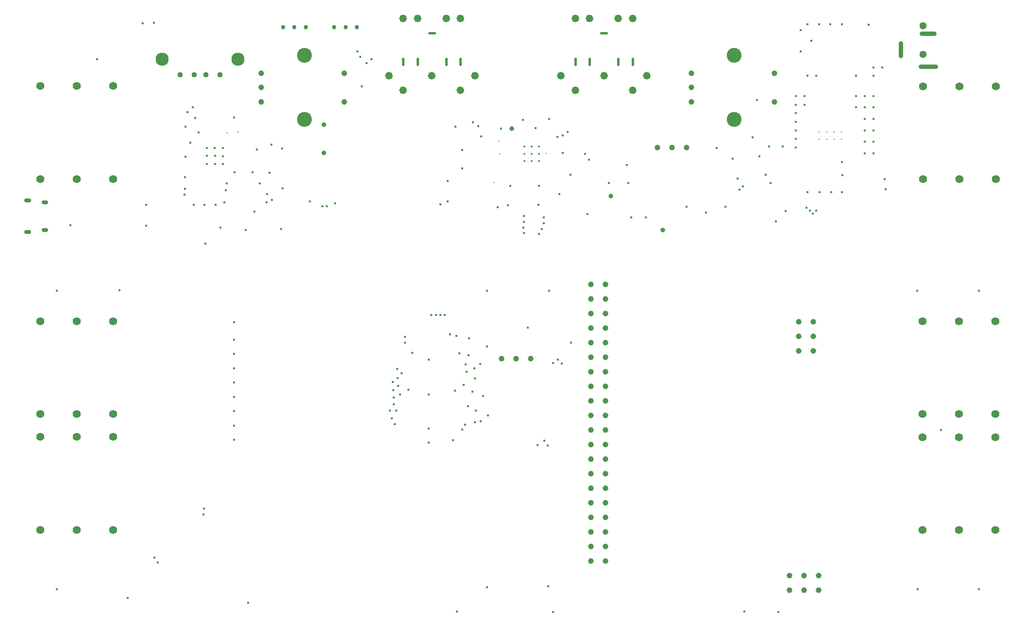
<source format=gbr>
%TF.GenerationSoftware,KiCad,Pcbnew,8.0.6+1*%
%TF.CreationDate,2024-12-16T18:12:13+00:00*%
%TF.ProjectId,pedalboard-hw,70656461-6c62-46f6-9172-642d68772e6b,4.0.1-RC*%
%TF.SameCoordinates,Original*%
%TF.FileFunction,Plated,1,2,PTH,Mixed*%
%TF.FilePolarity,Positive*%
%FSLAX46Y46*%
G04 Gerber Fmt 4.6, Leading zero omitted, Abs format (unit mm)*
G04 Created by KiCad (PCBNEW 8.0.6+1) date 2024-12-16 18:12:13*
%MOMM*%
%LPD*%
G01*
G04 APERTURE LIST*
%TA.AperFunction,ViaDrill*%
%ADD10C,0.300000*%
%TD*%
%TA.AperFunction,ComponentDrill*%
%ADD11C,0.300000*%
%TD*%
%TA.AperFunction,ComponentDrill*%
%ADD12C,0.350000*%
%TD*%
%TA.AperFunction,ViaDrill*%
%ADD13C,0.400000*%
%TD*%
G04 aperture for slot hole*
%TA.AperFunction,ComponentDrill*%
%ADD14C,0.450000*%
%TD*%
G04 aperture for slot hole*
%TA.AperFunction,ComponentDrill*%
%ADD15C,0.650000*%
%TD*%
G04 aperture for slot hole*
%TA.AperFunction,ComponentDrill*%
%ADD16C,0.700000*%
%TD*%
%TA.AperFunction,ComponentDrill*%
%ADD17C,0.750000*%
%TD*%
%TA.AperFunction,ViaDrill*%
%ADD18C,0.800000*%
%TD*%
G04 aperture for slot hole*
%TA.AperFunction,ComponentDrill*%
%ADD19C,0.800000*%
%TD*%
%TA.AperFunction,ComponentDrill*%
%ADD20C,0.950000*%
%TD*%
%TA.AperFunction,ComponentDrill*%
%ADD21C,1.000000*%
%TD*%
%TA.AperFunction,ComponentDrill*%
%ADD22C,1.300000*%
%TD*%
%TA.AperFunction,ComponentDrill*%
%ADD23C,1.320800*%
%TD*%
%TA.AperFunction,ComponentDrill*%
%ADD24C,1.400000*%
%TD*%
%TA.AperFunction,ComponentDrill*%
%ADD25C,2.300000*%
%TD*%
%TA.AperFunction,ComponentDrill*%
%ADD26C,2.600000*%
%TD*%
G04 APERTURE END LIST*
D10*
X54322000Y-41971000D03*
X56179661Y-41756388D03*
X100804000Y-50556200D03*
X101660000Y-43410000D03*
X101800000Y-45560000D03*
X109954871Y-45486615D03*
D11*
%TO.C,U6*%
X157570000Y-41750000D03*
X157570000Y-43050000D03*
X158870000Y-41750000D03*
X158870000Y-43050000D03*
X160170000Y-41750000D03*
X160170000Y-43050000D03*
X161470000Y-41750000D03*
X161470000Y-43050000D03*
D12*
%TO.C,U3*%
X106125000Y-44325000D03*
X106125000Y-45600000D03*
X106125000Y-46875000D03*
X107400000Y-44325000D03*
X107400000Y-45600000D03*
X107400000Y-46875000D03*
X108675000Y-44325000D03*
X108675000Y-45600000D03*
X108675000Y-46875000D03*
%TD*%
D13*
X24600000Y-69500000D03*
X24600000Y-121500000D03*
X26950000Y-58050000D03*
X31665200Y-29067800D03*
X35500000Y-69400000D03*
X37000000Y-123100000D03*
X39615400Y-22794000D03*
X40150000Y-54490000D03*
X40190000Y-58120000D03*
X41571200Y-22743200D03*
X41650000Y-116070000D03*
X42230183Y-116884488D03*
X46900000Y-52700000D03*
X47000000Y-49650000D03*
X47000000Y-51700000D03*
X47010000Y-46140000D03*
X47020000Y-40850000D03*
X47400000Y-38300000D03*
X47865000Y-43640000D03*
X48300000Y-37500000D03*
X48480000Y-54467800D03*
X48700000Y-39300000D03*
X49325000Y-41865000D03*
X50189975Y-108519975D03*
X50220599Y-107520441D03*
X50359600Y-54467800D03*
X50550000Y-61290000D03*
X50800000Y-44600000D03*
X50800000Y-45950000D03*
X50800000Y-47350000D03*
X52150000Y-44600000D03*
X52190000Y-45950000D03*
X52200000Y-47350000D03*
X52290000Y-54467800D03*
X53137971Y-58490000D03*
X53600000Y-44600000D03*
X53600000Y-46000000D03*
X53600000Y-47350000D03*
X53788600Y-54061400D03*
X54100000Y-51930000D03*
X54245800Y-50760000D03*
X55500000Y-75000000D03*
X55500000Y-78000000D03*
X55500000Y-80500000D03*
X55500000Y-83000000D03*
X55500000Y-85500000D03*
X55500000Y-88000000D03*
X55500000Y-90500000D03*
X55500000Y-93000000D03*
X55500000Y-95500000D03*
X55550000Y-39250000D03*
X55580000Y-48770000D03*
X57553750Y-58913750D03*
X58000000Y-123900000D03*
X58700000Y-48770000D03*
X59050000Y-55700000D03*
X59450000Y-44832500D03*
X59990000Y-50760000D03*
X61213200Y-54040000D03*
X61264273Y-52640000D03*
X61670000Y-48910000D03*
X62010000Y-44020000D03*
X62129716Y-53640000D03*
X63755912Y-58744088D03*
X63920000Y-44640000D03*
X63980000Y-51570000D03*
X68698400Y-53909000D03*
X70882800Y-54772600D03*
X71670200Y-54772600D03*
X73118000Y-54239200D03*
X77044500Y-27714500D03*
X77494500Y-28646472D03*
X77780000Y-33850000D03*
X78655500Y-29791388D03*
X79436653Y-29121550D03*
X82700000Y-90400000D03*
X83000000Y-91700000D03*
X83200000Y-85400000D03*
X83300000Y-86787142D03*
X83350000Y-89250000D03*
X83400000Y-88100000D03*
X83525685Y-92713715D03*
X83798953Y-90387491D03*
X84000000Y-83100000D03*
X84074635Y-84687642D03*
X84133755Y-86087142D03*
X84500000Y-87599500D03*
X84700353Y-83899647D03*
X85300000Y-77500000D03*
X85300000Y-78500000D03*
X85900000Y-86699500D03*
X86600000Y-80300000D03*
X89500000Y-81500000D03*
X89500000Y-87600000D03*
X89500000Y-93500000D03*
X89500000Y-96000000D03*
X89907400Y-73700000D03*
X90694800Y-73695600D03*
X91482200Y-73721000D03*
X91500000Y-54400000D03*
X92269600Y-73721000D03*
X92800000Y-50300000D03*
X92800000Y-53900000D03*
X93210000Y-77100000D03*
X93700861Y-95522181D03*
X94024728Y-86925400D03*
X94100000Y-40850000D03*
X94300000Y-77300000D03*
X94400000Y-125400000D03*
X94810000Y-80370000D03*
X95288890Y-44906200D03*
X95292200Y-48091699D03*
X95302419Y-93662808D03*
X95537944Y-85893736D03*
X95816257Y-92805501D03*
X95900000Y-82300000D03*
X96058879Y-83599500D03*
X96300000Y-89599000D03*
X96400000Y-80700000D03*
X96521970Y-77768030D03*
X97100000Y-87100000D03*
X97200000Y-40050000D03*
X97400000Y-83000500D03*
X97500000Y-84800000D03*
X97511449Y-92382343D03*
X97683894Y-90399000D03*
X98115000Y-40750000D03*
X98448690Y-82241159D03*
X98557000Y-92199500D03*
X98600000Y-42550000D03*
X98917395Y-87799500D03*
X99600000Y-69500000D03*
X99600000Y-121200000D03*
X99625400Y-79200000D03*
X99800000Y-91200000D03*
X101459500Y-54910000D03*
X102082577Y-41218698D03*
X103300000Y-54600000D03*
X103675000Y-51200000D03*
X105890000Y-39649500D03*
X105970000Y-58440000D03*
X106100500Y-56448548D03*
X106100500Y-57448551D03*
X106100500Y-59431451D03*
X106750000Y-75890000D03*
X108121284Y-41128021D03*
X108469716Y-96399500D03*
X108575072Y-54453607D03*
X108660379Y-51182165D03*
X108700500Y-59573605D03*
X109173071Y-58692312D03*
X109500500Y-56693343D03*
X109500500Y-57693346D03*
X109650000Y-95599500D03*
X110200000Y-96434666D03*
X110300000Y-121000000D03*
X110427750Y-39452250D03*
X110500000Y-69500000D03*
X111100000Y-125500000D03*
X111150000Y-82100000D03*
X111881321Y-42649500D03*
X111947989Y-81497328D03*
X112200000Y-52600000D03*
X112660000Y-82199500D03*
X112792822Y-45433603D03*
X112852102Y-42411614D03*
X113648543Y-41806390D03*
X114184944Y-49200000D03*
X114260000Y-78550000D03*
X116700000Y-45600000D03*
X117150000Y-56050000D03*
X117400000Y-46600000D03*
X120900000Y-50650000D03*
X124000000Y-47500000D03*
X124270000Y-50700000D03*
X124800000Y-56700000D03*
X127300000Y-56700000D03*
X134400000Y-54800000D03*
X137800000Y-55800000D03*
X139700000Y-44600000D03*
X141200000Y-54800000D03*
X142500000Y-46400000D03*
X143272800Y-49921200D03*
X143658800Y-51831200D03*
X144204900Y-51285100D03*
X144500000Y-125400000D03*
X145950000Y-42750000D03*
X146662200Y-36230600D03*
X147100000Y-46050000D03*
X148200000Y-49235400D03*
X148800000Y-44350000D03*
X149086600Y-50700000D03*
X150000000Y-57400000D03*
X150400000Y-125500000D03*
X151150000Y-44300000D03*
X151705600Y-55600000D03*
X153500000Y-35500000D03*
X153500000Y-37000000D03*
X153500000Y-38500000D03*
X153500000Y-40000000D03*
X153500000Y-41500000D03*
X153500000Y-43000000D03*
X153500000Y-44500000D03*
X154300000Y-24000000D03*
X154340000Y-27700000D03*
X155000000Y-35500000D03*
X155000000Y-37000000D03*
X155312400Y-54950400D03*
X155480000Y-52260000D03*
X155500000Y-23000000D03*
X155500000Y-32000000D03*
X155896600Y-55458400D03*
X156200000Y-25900000D03*
X156455400Y-55991800D03*
X157000000Y-32000000D03*
X157065000Y-55483800D03*
X157500000Y-23000000D03*
X157600000Y-52250000D03*
X159500000Y-23000000D03*
X159640000Y-52290000D03*
X161500000Y-23000000D03*
X161500000Y-47000000D03*
X161520000Y-52290000D03*
X161600000Y-49300000D03*
X164000000Y-32000000D03*
X164000000Y-35500000D03*
X164000000Y-37500000D03*
X165500000Y-35500000D03*
X165500000Y-37500000D03*
X165500000Y-39500000D03*
X165500000Y-41500000D03*
X165500000Y-43500000D03*
X165500000Y-45500000D03*
X166132800Y-23098800D03*
X167000000Y-30500000D03*
X167000000Y-32000000D03*
X167000000Y-35500000D03*
X167000000Y-37500000D03*
X167000000Y-39500000D03*
X167000000Y-41500000D03*
X167000000Y-43500000D03*
X167000000Y-45500000D03*
X168500000Y-30500000D03*
X169000000Y-50000000D03*
X169100000Y-51800000D03*
X174600000Y-69500000D03*
X174700000Y-121500000D03*
X178800000Y-93800000D03*
X185400000Y-69500000D03*
X185400000Y-121500000D03*
D14*
%TO.C,J1*%
X84994500Y-29975000D02*
X84994500Y-29025000D01*
X87494500Y-29975000D02*
X87494500Y-29025000D01*
X89519500Y-24500000D02*
X90469500Y-24500000D01*
X92494500Y-29025000D02*
X92494500Y-29975000D01*
X94994500Y-29025000D02*
X94994500Y-29975000D01*
%TO.C,J3*%
X115000000Y-29975000D02*
X115000000Y-29025000D01*
X117500000Y-29975000D02*
X117500000Y-29025000D01*
X119525000Y-24500000D02*
X120475000Y-24500000D01*
X122500000Y-29025000D02*
X122500000Y-29975000D01*
X125000000Y-29025000D02*
X125000000Y-29975000D01*
D15*
%TO.C,J9*%
X22755000Y-54055000D02*
X22355000Y-54055000D01*
X22755000Y-58895000D02*
X22355000Y-58895000D01*
D16*
X19805000Y-53745000D02*
X19305000Y-53745000D01*
X19805000Y-59205000D02*
X19305000Y-59205000D01*
D17*
%TO.C,J26*%
X64030000Y-23500000D03*
X66030000Y-23500000D03*
X68030000Y-23500000D03*
%TO.C,J25*%
X72960000Y-23490000D03*
X74960000Y-23490000D03*
X76960000Y-23490000D03*
%TD*%
D18*
X71187600Y-40523200D03*
X71213000Y-45425400D03*
X103925000Y-41175000D03*
X121174800Y-52918400D03*
X130270000Y-58862000D03*
D19*
%TO.C,J7*%
X171737200Y-28488600D02*
X171737200Y-26288600D01*
X175437200Y-24588600D02*
X177637200Y-24588600D01*
X175237200Y-30388600D02*
X177837200Y-30388600D01*
D20*
%TO.C,J10*%
X46080000Y-31750000D03*
X48580000Y-31750000D03*
X50580000Y-31750000D03*
X53080000Y-31750000D03*
D21*
%TO.C,SW1*%
X60250000Y-31500000D03*
X60250000Y-34000000D03*
X60250000Y-36500000D03*
X74750000Y-31500000D03*
X74750000Y-36500000D03*
%TO.C,J16*%
X102145000Y-81300000D03*
X104685000Y-81300000D03*
X107225000Y-81300000D03*
%TO.C,J27*%
X117710000Y-68375600D03*
X117710000Y-70915600D03*
X117710000Y-73455600D03*
X117710000Y-75995600D03*
X117710000Y-78535600D03*
X117710000Y-81075600D03*
X117710000Y-83615600D03*
X117710000Y-86155600D03*
X117710000Y-88695600D03*
X117710000Y-91235600D03*
X117710000Y-93775600D03*
X117710000Y-96315600D03*
X117710000Y-98855600D03*
X117710000Y-101395600D03*
X117710000Y-103935600D03*
X117710000Y-106475600D03*
X117710000Y-109015600D03*
X117710000Y-111555600D03*
X117710000Y-114095600D03*
X117710000Y-116635600D03*
X120250000Y-68375600D03*
X120250000Y-70915600D03*
X120250000Y-73455600D03*
X120250000Y-75995600D03*
X120250000Y-78535600D03*
X120250000Y-81075600D03*
X120250000Y-83615600D03*
X120250000Y-86155600D03*
X120250000Y-88695600D03*
X120250000Y-91235600D03*
X120250000Y-93775600D03*
X120250000Y-96315600D03*
X120250000Y-98855600D03*
X120250000Y-101395600D03*
X120250000Y-103935600D03*
X120250000Y-106475600D03*
X120250000Y-109015600D03*
X120250000Y-111555600D03*
X120250000Y-114095600D03*
X120250000Y-116635600D03*
%TO.C,J12*%
X129315000Y-44450000D03*
X131855000Y-44450000D03*
X134395000Y-44450000D03*
%TO.C,SW2*%
X135250000Y-31500000D03*
X135250000Y-34000000D03*
X135250000Y-36500000D03*
X149750000Y-31500000D03*
X149750000Y-36500000D03*
%TO.C,J27*%
X152380000Y-119150600D03*
X152380000Y-121690600D03*
X154015000Y-74845600D03*
X154015000Y-77385600D03*
X154015000Y-79925600D03*
X154920000Y-119150600D03*
X154920000Y-121690600D03*
X156555000Y-74845600D03*
X156555000Y-77385600D03*
X156555000Y-79925600D03*
X157460000Y-119150600D03*
X157460000Y-121690600D03*
D22*
%TO.C,J6*%
X175637200Y-23198600D03*
X175637200Y-28198600D03*
D23*
%TO.C,J2*%
X82500000Y-32000000D03*
X85000000Y-22000000D03*
X85000000Y-34500000D03*
X87500000Y-22000000D03*
X90000000Y-32000000D03*
X92500000Y-22000000D03*
X95000000Y-22000000D03*
X95000000Y-34500000D03*
X97500000Y-32000000D03*
%TO.C,J4*%
X112500000Y-32000000D03*
X115000000Y-22000000D03*
X115000000Y-34500000D03*
X117500000Y-22000000D03*
X120000000Y-32000000D03*
X122500000Y-22000000D03*
X125000000Y-22000000D03*
X125000000Y-34500000D03*
X127500000Y-32000000D03*
D24*
%TO.C,J8*%
X21700000Y-33770000D03*
X21700000Y-50000000D03*
%TO.C,J20*%
X21700000Y-74770000D03*
X21700000Y-91000000D03*
%TO.C,J19*%
X21700000Y-94970000D03*
X21700000Y-111200000D03*
%TO.C,J8*%
X28050000Y-33770000D03*
X28050000Y-50000000D03*
%TO.C,J20*%
X28050000Y-74770000D03*
X28050000Y-91000000D03*
%TO.C,J19*%
X28050000Y-94970000D03*
X28050000Y-111200000D03*
%TO.C,J8*%
X34400000Y-33770000D03*
X34400000Y-50000000D03*
%TO.C,J20*%
X34400000Y-74770000D03*
X34400000Y-91000000D03*
%TO.C,J19*%
X34400000Y-94970000D03*
X34400000Y-111200000D03*
%TO.C,J18*%
X175600000Y-74780000D03*
X175600000Y-91010000D03*
%TO.C,J22*%
X175600000Y-94995000D03*
X175600000Y-111225000D03*
%TO.C,J5*%
X175615000Y-33800000D03*
X175615000Y-50030000D03*
%TO.C,J18*%
X181950000Y-74780000D03*
X181950000Y-91010000D03*
%TO.C,J22*%
X181950000Y-94995000D03*
X181950000Y-111225000D03*
%TO.C,J5*%
X181965000Y-33800000D03*
X181965000Y-50030000D03*
%TO.C,J18*%
X188300000Y-74780000D03*
X188300000Y-91010000D03*
%TO.C,J22*%
X188300000Y-94995000D03*
X188300000Y-111225000D03*
%TO.C,J5*%
X188315000Y-33800000D03*
X188315000Y-50030000D03*
D25*
%TO.C,J10*%
X43010000Y-29040000D03*
X56150000Y-29040000D03*
D26*
%TO.C,SW1*%
X67750000Y-28400000D03*
X67750000Y-39600000D03*
%TO.C,SW2*%
X142750000Y-28400000D03*
X142750000Y-39600000D03*
M02*

</source>
